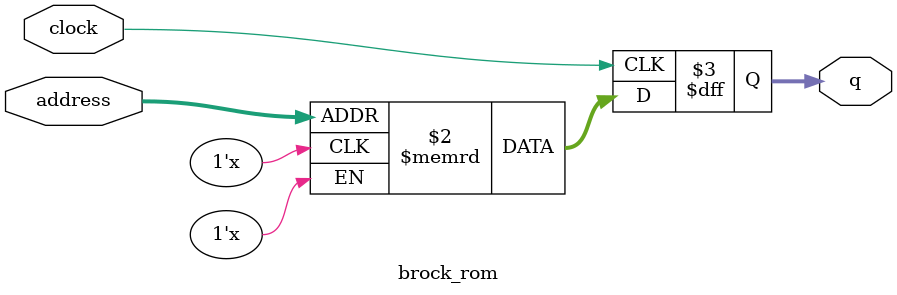
<source format=sv>
module brock_rom (
	input logic clock,
	input logic [11:0] address,
	output logic [1:0] q
);

logic [1:0] memory [0:3024] /* synthesis ram_init_file = "./brock/brock.COE" */;

always_ff @ (posedge clock) begin
	q <= memory[address];
end

endmodule

</source>
